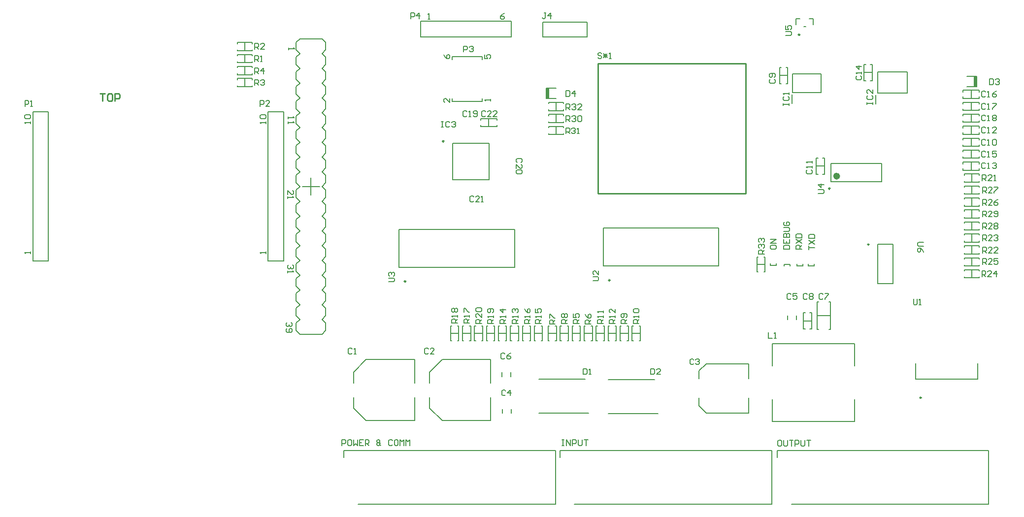
<source format=gto>
G04*
G04 #@! TF.GenerationSoftware,Altium Limited,Altium Designer,20.0.13 (296)*
G04*
G04 Layer_Color=65535*
%FSLAX25Y25*%
%MOIN*%
G70*
G01*
G75*
%ADD10C,0.00984*%
%ADD11C,0.02362*%
%ADD12C,0.00600*%
%ADD13C,0.00500*%
%ADD14C,0.00787*%
%ADD15C,0.00591*%
%ADD16C,0.01000*%
%ADD17C,0.00598*%
%ADD18C,0.00630*%
%ADD19R,0.02000X0.07087*%
D10*
X687697Y281693D02*
G03*
X687697Y281693I-492J0D01*
G01*
X723032Y177953D02*
G03*
X723032Y177953I-492J0D01*
G01*
X400000Y351575D02*
G03*
X400000Y351575I-492J0D01*
G01*
X661279Y319587D02*
G03*
X661279Y319587I-492J0D01*
G01*
X640846Y423681D02*
G03*
X640846Y423681I-492J0D01*
G01*
X512343Y257480D02*
G03*
X512343Y257480I-492J0D01*
G01*
X374153Y256693D02*
G03*
X374153Y256693I-492J0D01*
G01*
D11*
X666929Y327953D02*
G03*
X666929Y327953I-1181J0D01*
G01*
D12*
X300000Y223500D02*
X302500Y221000D01*
X317500D02*
X320000Y223500D01*
X302500Y221000D02*
X317500D01*
X300000Y228500D02*
X302500Y231000D01*
X300000Y223500D02*
Y228500D01*
Y243500D02*
Y248500D01*
X302500Y251000D01*
X300000Y238500D02*
X302500Y241000D01*
X300000Y233500D02*
Y238500D01*
Y233500D02*
X302500Y231000D01*
X300000Y243500D02*
X302500Y241000D01*
X300000Y258500D02*
X302500Y261000D01*
X300000Y253500D02*
Y258500D01*
Y253500D02*
X302500Y251000D01*
X300000Y273500D02*
Y278500D01*
X302500Y281000D01*
X300000Y268500D02*
X302500Y271000D01*
X300000Y263500D02*
Y268500D01*
Y263500D02*
X302500Y261000D01*
X300000Y273500D02*
X302500Y271000D01*
X320000Y223500D02*
Y228500D01*
X317500Y231000D02*
X320000Y228500D01*
X317500Y251000D02*
X320000Y248500D01*
X317500Y231000D02*
X320000Y233500D01*
Y238500D01*
X317500Y241000D02*
X320000Y238500D01*
X317500Y241000D02*
X320000Y243500D01*
Y248500D01*
X317500Y251000D02*
X320000Y253500D01*
Y258500D01*
X317500Y261000D02*
X320000Y258500D01*
X317500Y281000D02*
X320000Y278500D01*
X317500Y261000D02*
X320000Y263500D01*
Y268500D01*
X317500Y271000D02*
X320000Y268500D01*
X317500Y271000D02*
X320000Y273500D01*
Y278500D01*
X300000Y283500D02*
X302500Y281000D01*
X300000Y283500D02*
Y288500D01*
X302500Y291000D01*
X317500D02*
X320000Y288500D01*
Y283500D02*
Y288500D01*
X317500Y281000D02*
X320000Y283500D01*
X300000Y298500D02*
X302500Y301000D01*
X300000Y293500D02*
Y298500D01*
Y293500D02*
X302500Y291000D01*
X300000Y313500D02*
Y318500D01*
X302500Y321000D01*
X300000Y308500D02*
X302500Y311000D01*
X300000Y303500D02*
Y308500D01*
Y303500D02*
X302500Y301000D01*
X300000Y313500D02*
X302500Y311000D01*
X300000Y328500D02*
X302500Y331000D01*
X300000Y323500D02*
Y328500D01*
Y323500D02*
X302500Y321000D01*
X300000Y343500D02*
Y348500D01*
X302500Y351000D01*
X300000Y338500D02*
X302500Y341000D01*
X300000Y333500D02*
Y338500D01*
Y333500D02*
X302500Y331000D01*
X300000Y343500D02*
X302500Y341000D01*
X317500Y291000D02*
X320000Y293500D01*
Y298500D01*
X317500Y301000D02*
X320000Y298500D01*
X317500Y321000D02*
X320000Y318500D01*
X317500Y301000D02*
X320000Y303500D01*
Y308500D01*
X317500Y311000D02*
X320000Y308500D01*
X317500Y311000D02*
X320000Y313500D01*
Y318500D01*
X317500Y321000D02*
X320000Y323500D01*
Y328500D01*
X317500Y331000D02*
X320000Y328500D01*
X317500Y351000D02*
X320000Y348500D01*
X317500Y331000D02*
X320000Y333500D01*
Y338500D01*
X317500Y341000D02*
X320000Y338500D01*
X317500Y341000D02*
X320000Y343500D01*
Y348500D01*
X300000Y353500D02*
X302500Y351000D01*
X300000Y353500D02*
Y358500D01*
X302500Y361000D01*
X317500D02*
X320000Y358500D01*
Y353500D02*
Y358500D01*
X317500Y351000D02*
X320000Y353500D01*
X300000Y368500D02*
X302500Y371000D01*
X300000Y363500D02*
Y368500D01*
Y363500D02*
X302500Y361000D01*
X300000Y383500D02*
Y388500D01*
X302500Y391000D01*
X300000Y378500D02*
X302500Y381000D01*
X300000Y373500D02*
Y378500D01*
Y373500D02*
X302500Y371000D01*
X300000Y383500D02*
X302500Y381000D01*
X300000Y398500D02*
X302500Y401000D01*
X300000Y393500D02*
Y398500D01*
Y393500D02*
X302500Y391000D01*
X300000Y413500D02*
Y418500D01*
X302500Y421000D01*
X317500D01*
X300000Y408500D02*
X302500Y411000D01*
X300000Y403500D02*
Y408500D01*
Y403500D02*
X302500Y401000D01*
X300000Y413500D02*
X302500Y411000D01*
X317500Y361000D02*
X320000Y363500D01*
Y368500D01*
X317500Y371000D02*
X320000Y368500D01*
X317500Y391000D02*
X320000Y388500D01*
X317500Y371000D02*
X320000Y373500D01*
Y378500D01*
X317500Y381000D02*
X320000Y378500D01*
X317500Y381000D02*
X320000Y383500D01*
Y388500D01*
X317500Y391000D02*
X320000Y393500D01*
Y398500D01*
X317500Y401000D02*
X320000Y398500D01*
X317500Y421000D02*
X320000Y418500D01*
X317500Y401000D02*
X320000Y403500D01*
Y408500D01*
X317500Y411000D02*
X320000Y408500D01*
X317500Y411000D02*
X320000Y413500D01*
Y418500D01*
X399938Y410028D02*
X400605Y408695D01*
X401938Y407362D01*
X403271D01*
X403937Y408029D01*
Y409362D01*
X403271Y410028D01*
X402604D01*
X401938Y409362D01*
Y407362D01*
X427497Y410028D02*
Y407362D01*
X429497D01*
X428830Y408695D01*
Y409362D01*
X429497Y410028D01*
X430830D01*
X431496Y409362D01*
Y408029D01*
X430830Y407362D01*
X403937Y380343D02*
Y377677D01*
X401271Y380343D01*
X400605D01*
X399938Y379677D01*
Y378344D01*
X400605Y377677D01*
X431496Y378858D02*
Y380191D01*
Y379525D01*
X427497D01*
X428164Y378858D01*
X389370Y434252D02*
X390703D01*
X390037D01*
Y438251D01*
X389370Y437584D01*
X441012Y438251D02*
X439679Y437584D01*
X438346Y436251D01*
Y434918D01*
X439013Y434252D01*
X440346D01*
X441012Y434918D01*
Y435585D01*
X440346Y436251D01*
X438346D01*
X279394Y363520D02*
Y364853D01*
Y364186D01*
X275395D01*
X276061Y363520D01*
Y366852D02*
X275395Y367518D01*
Y368851D01*
X276061Y369518D01*
X278727D01*
X279394Y368851D01*
Y367518D01*
X278727Y366852D01*
X276061D01*
X279394Y275528D02*
Y276860D01*
Y276194D01*
X275395D01*
X276061Y275528D01*
X120339Y363480D02*
Y364813D01*
Y364147D01*
X116340D01*
X117006Y363480D01*
Y366813D02*
X116340Y367479D01*
Y368812D01*
X117006Y369478D01*
X119672D01*
X120339Y368812D01*
Y367479D01*
X119672Y366813D01*
X117006D01*
X120339Y275488D02*
Y276821D01*
Y276155D01*
X116340D01*
X117006Y275488D01*
D13*
X310000Y315094D02*
Y326906D01*
X304094Y321000D02*
X315906D01*
D14*
X693701Y255315D02*
Y281693D01*
X703937Y255315D02*
Y281693D01*
X693701D02*
X703937D01*
X693701Y255315D02*
X703937D01*
X620866Y267520D02*
X624803D01*
Y268701D01*
X620866Y267520D02*
Y268701D01*
X761220Y190551D02*
Y201181D01*
X719094Y190551D02*
X761220D01*
X719094D02*
Y201181D01*
X464291Y167630D02*
X498032D01*
X464291Y190638D02*
X495551D01*
X622047Y214370D02*
X677953D01*
X622047Y162008D02*
X677953D01*
X622047Y199606D02*
Y214370D01*
X677953Y199606D02*
Y214370D01*
X622047Y162008D02*
Y176772D01*
X677953Y162008D02*
Y176772D01*
X511142Y167236D02*
X544882D01*
X511142Y190244D02*
X542402D01*
X572638Y196063D02*
X577559Y200984D01*
X572638Y172441D02*
X577559Y167520D01*
X572638Y190748D02*
Y196063D01*
X577559Y200984D02*
X606102D01*
X572638Y172441D02*
Y177756D01*
X577559Y167520D02*
X606102D01*
Y190748D02*
Y200984D01*
Y167520D02*
Y177756D01*
X390354Y187992D02*
Y195276D01*
X398819Y203740D01*
X390354Y170866D02*
X398819Y162402D01*
X390354Y170866D02*
Y178150D01*
X398819Y203740D02*
X431693D01*
Y187992D02*
Y203740D01*
Y162402D02*
Y178150D01*
X398819Y162402D02*
X431693D01*
X338780Y187992D02*
Y195276D01*
X347244Y203740D01*
X338780Y170866D02*
X347244Y162402D01*
X338780Y170866D02*
Y178150D01*
X347244Y203740D02*
X380118D01*
Y187992D02*
Y203740D01*
Y162402D02*
Y178150D01*
X347244Y162402D02*
X380118D01*
X439173Y192323D02*
Y195079D01*
X445079Y192323D02*
Y195079D01*
X632480Y230906D02*
Y233661D01*
X638386Y230906D02*
Y233661D01*
X439567Y167520D02*
Y170276D01*
X445472Y167520D02*
Y170276D01*
X630315Y268307D02*
X634252D01*
X630315Y267126D02*
Y268307D01*
X634252Y267126D02*
Y268307D01*
X405709Y350197D02*
X430512D01*
Y325394D02*
Y350197D01*
X405709Y325394D02*
X430512D01*
X405709D02*
Y350197D01*
X405650Y406831D02*
Y408996D01*
X425846Y406831D02*
Y408996D01*
X405650D02*
X425846D01*
Y378405D02*
Y380571D01*
X405650Y378405D02*
Y380571D01*
Y378405D02*
X425846D01*
X469347Y380496D02*
X475989D01*
X469347Y387583D02*
X475989D01*
X469347Y380496D02*
Y387583D01*
X384252Y422264D02*
X445433D01*
X384252D02*
Y432854D01*
X445433D01*
Y422264D02*
Y432854D01*
X661909Y324016D02*
X696358D01*
X661909Y336614D02*
X696358D01*
X661909Y324016D02*
Y336614D01*
X696358Y324016D02*
Y336614D01*
X638932Y267323D02*
X642869D01*
Y268504D01*
X638932Y267323D02*
Y268504D01*
X635492Y377217D02*
Y383220D01*
X636004Y384598D02*
X655295D01*
Y397197D01*
X636004D02*
X655295D01*
X636004Y384598D02*
Y397197D01*
X753913Y395669D02*
X760555D01*
X753913Y388583D02*
X760555D01*
Y395669D01*
X647205Y434449D02*
X649843D01*
Y430492D02*
Y434449D01*
X638346Y430492D02*
Y434449D01*
X640984D01*
X643465Y429331D02*
X644724D01*
X646457Y267323D02*
X650394D01*
Y268504D01*
X646457Y267323D02*
Y268504D01*
X693701Y384055D02*
Y398622D01*
X713386D01*
Y384055D02*
Y398622D01*
X693701Y384055D02*
X713386D01*
X692323Y376870D02*
Y382677D01*
X466890Y432165D02*
X496890D01*
X466890Y422165D02*
Y432165D01*
Y422165D02*
X496890D01*
Y432165D01*
X291382Y270409D02*
Y371591D01*
X280791Y270409D02*
X291382D01*
X280791D02*
Y371591D01*
X291382D01*
X132327Y270370D02*
Y371551D01*
X121736Y270370D02*
X132327D01*
X121736D02*
Y371551D01*
X132327D01*
X635039Y105906D02*
X768701D01*
Y142126D01*
X625394D02*
X768701D01*
X625394Y137402D02*
Y142126D01*
X507795Y292717D02*
X585906D01*
Y267126D02*
Y292717D01*
X507795Y267126D02*
Y292717D01*
Y267126D02*
X585906D01*
X488189Y105906D02*
X621850D01*
Y142126D01*
X478543D02*
X621850D01*
X478543Y137402D02*
Y142126D01*
X369606Y291929D02*
X447717D01*
Y266339D02*
Y291929D01*
X369606Y266339D02*
Y291929D01*
Y266339D02*
X447717D01*
X341732Y105906D02*
X475394D01*
Y142126D01*
X332087D02*
X475394D01*
X332087Y137402D02*
Y142126D01*
D15*
X611811Y273307D02*
X612567D01*
X611811Y263307D02*
Y273307D01*
Y263307D02*
X612567D01*
X616567D02*
X617323D01*
Y273307D01*
X616567D02*
X617323D01*
X611811Y268307D02*
X617323D01*
X647638Y224409D02*
X648819D01*
Y235433D01*
X647638D02*
X648819D01*
X643307D02*
X644488D01*
X643307Y224409D02*
Y235433D01*
Y224409D02*
X644488D01*
X643307Y229921D02*
X648819D01*
X652657Y233465D02*
X661516D01*
X652657Y224114D02*
X653642D01*
X652657D02*
Y242815D01*
X653642D01*
X660532D02*
X661516D01*
Y224114D02*
Y242815D01*
X660532Y224114D02*
X661516D01*
X260146Y412878D02*
Y413634D01*
Y412878D02*
X270146D01*
Y413634D01*
Y417634D02*
Y418390D01*
X260146D02*
X270146D01*
X260146Y417634D02*
Y418390D01*
X265146Y412878D02*
Y418390D01*
X260146Y404776D02*
Y405532D01*
Y404776D02*
X270146D01*
Y405532D01*
Y409532D02*
Y410287D01*
X260146D02*
X270146D01*
X260146Y409532D02*
Y410287D01*
X265146Y404776D02*
Y410287D01*
X260146Y388571D02*
Y389327D01*
Y388571D02*
X270146D01*
Y389327D01*
Y393327D02*
Y394083D01*
X260146D02*
X270146D01*
X260146Y393327D02*
Y394083D01*
X265146Y388571D02*
Y394083D01*
X260146Y396673D02*
Y397429D01*
Y396673D02*
X270146D01*
Y397429D01*
Y401429D02*
Y402185D01*
X260146D02*
X270146D01*
X260146Y401429D02*
Y402185D01*
X265146Y396673D02*
Y402185D01*
X470776Y356091D02*
Y356846D01*
Y356091D02*
X480776D01*
Y356846D01*
Y360846D02*
Y361602D01*
X470776D02*
X480776D01*
X470776Y360846D02*
Y361602D01*
X475776Y356091D02*
Y361602D01*
X470776Y364193D02*
Y364949D01*
Y364193D02*
X480776D01*
Y364949D01*
Y368949D02*
Y369705D01*
X470776D02*
X480776D01*
X470776Y368949D02*
Y369705D01*
X475776Y364193D02*
Y369705D01*
X470776Y372295D02*
Y373051D01*
Y372295D02*
X480776D01*
Y373051D01*
Y377051D02*
Y377807D01*
X470776D02*
X480776D01*
X470776Y377051D02*
Y377807D01*
X475776Y372295D02*
Y377807D01*
X435827Y365748D02*
Y366929D01*
X424803D02*
X435827D01*
X424803Y365748D02*
Y366929D01*
Y361417D02*
Y362598D01*
Y361417D02*
X435827D01*
Y362598D01*
X430315Y361417D02*
Y366929D01*
X752272Y323846D02*
Y324602D01*
Y323846D02*
X762272D01*
Y324602D01*
Y328602D02*
Y329358D01*
X752272D02*
X762272D01*
X752272Y328602D02*
Y329358D01*
X757272Y323846D02*
Y329358D01*
X631496Y390551D02*
X632677D01*
Y401575D01*
X631496D02*
X632677D01*
X627165D02*
X628346D01*
X627165Y390551D02*
Y401575D01*
Y390551D02*
X628346D01*
X627165Y396063D02*
X632677D01*
X752272Y259028D02*
Y259783D01*
Y259028D02*
X762272D01*
Y259783D01*
Y263783D02*
Y264539D01*
X752272D02*
X762272D01*
X752272Y263783D02*
Y264539D01*
X757272Y259028D02*
Y264539D01*
X751248Y348154D02*
Y349335D01*
Y348154D02*
X762272D01*
Y349335D01*
Y352484D02*
Y353665D01*
X751248D02*
X762272D01*
X751248Y352484D02*
Y353665D01*
X756760Y348154D02*
Y353665D01*
X752272Y283335D02*
Y284091D01*
Y283335D02*
X762272D01*
Y284091D01*
Y288091D02*
Y288846D01*
X752272D02*
X762272D01*
X752272Y288091D02*
Y288846D01*
X757272Y283335D02*
Y288846D01*
X752272Y275232D02*
Y275988D01*
Y275232D02*
X762272D01*
Y275988D01*
Y279988D02*
Y280744D01*
X752272D02*
X762272D01*
X752272Y279988D02*
Y280744D01*
X757272Y275232D02*
Y280744D01*
X656299Y329232D02*
X657480D01*
Y340256D01*
X656299D02*
X657480D01*
X651969D02*
X653150D01*
X651969Y329232D02*
Y340256D01*
Y329232D02*
X653150D01*
X651969Y334744D02*
X657480D01*
X762272Y271886D02*
Y272642D01*
X752272D02*
X762272D01*
X752272Y271886D02*
Y272642D01*
Y267130D02*
Y267886D01*
Y267130D02*
X762272D01*
Y267886D01*
X757272Y267130D02*
Y272642D01*
X751248Y356256D02*
Y357437D01*
Y356256D02*
X762272D01*
Y357437D01*
Y360587D02*
Y361768D01*
X751248D02*
X762272D01*
X751248Y360587D02*
Y361768D01*
X756760Y356256D02*
Y361768D01*
X752272Y291437D02*
Y292193D01*
Y291437D02*
X762272D01*
Y292193D01*
Y296193D02*
Y296949D01*
X752272D02*
X762272D01*
X752272Y296193D02*
Y296949D01*
X757272Y291437D02*
Y296949D01*
X752272Y315744D02*
Y316500D01*
Y315744D02*
X762272D01*
Y316500D01*
Y320500D02*
Y321256D01*
X752272D02*
X762272D01*
X752272Y320500D02*
Y321256D01*
X757272Y315744D02*
Y321256D01*
X752272Y307642D02*
Y308398D01*
Y307642D02*
X762272D01*
Y308398D01*
Y312398D02*
Y313154D01*
X752272D02*
X762272D01*
X752272Y312398D02*
Y313154D01*
X757272Y307642D02*
Y313154D01*
X752272Y299539D02*
Y300295D01*
Y299539D02*
X762272D01*
Y300295D01*
Y304295D02*
Y305051D01*
X752272D02*
X762272D01*
X752272Y304295D02*
Y305051D01*
X757272Y299539D02*
Y305051D01*
X751248Y331949D02*
Y333130D01*
Y331949D02*
X762272D01*
Y333130D01*
Y336280D02*
Y337461D01*
X751248D02*
X762272D01*
X751248Y336280D02*
Y337461D01*
X756760Y331949D02*
Y337461D01*
X684252Y403543D02*
X685433D01*
X684252Y392520D02*
Y403543D01*
Y392520D02*
X685433D01*
X688583D02*
X689764D01*
Y403543D01*
X688583D02*
X689764D01*
X684252Y398031D02*
X689764D01*
X751248Y340051D02*
Y341232D01*
Y340051D02*
X762272D01*
Y341232D01*
Y344382D02*
Y345563D01*
X751248D02*
X762272D01*
X751248Y344382D02*
Y345563D01*
X756760Y340051D02*
Y345563D01*
X751248Y380563D02*
Y381744D01*
Y380563D02*
X762272D01*
Y381744D01*
Y384894D02*
Y386075D01*
X751248D02*
X762272D01*
X751248Y384894D02*
Y386075D01*
X756760Y380563D02*
Y386075D01*
X751248Y372461D02*
Y373642D01*
Y372461D02*
X762272D01*
Y373642D01*
Y376791D02*
Y377972D01*
X751248D02*
X762272D01*
X751248Y376791D02*
Y377972D01*
X756760Y372461D02*
Y377972D01*
X751248Y364358D02*
Y365539D01*
Y364358D02*
X762272D01*
Y365539D01*
Y368689D02*
Y369870D01*
X751248D02*
X762272D01*
X751248Y368689D02*
Y369870D01*
X756760Y364358D02*
Y369870D01*
X511098Y226445D02*
X511854D01*
X511098Y216445D02*
Y226445D01*
Y216445D02*
X511854D01*
X515854D02*
X516610D01*
Y226445D01*
X515854D02*
X516610D01*
X511098Y221445D02*
X516610D01*
X507752Y216445D02*
X508508D01*
Y226445D01*
X507752D02*
X508508D01*
X502996D02*
X503752D01*
X502996Y216445D02*
Y226445D01*
Y216445D02*
X503752D01*
X502996Y221445D02*
X508508D01*
X532059Y216445D02*
X532815D01*
Y226445D01*
X532059D02*
X532815D01*
X527303D02*
X528059D01*
X527303Y216445D02*
Y226445D01*
Y216445D02*
X528059D01*
X527303Y221445D02*
X532815D01*
X519201Y226445D02*
X519957D01*
X519201Y216445D02*
Y226445D01*
Y216445D02*
X519957D01*
X523957D02*
X524713D01*
Y226445D01*
X523957D02*
X524713D01*
X519201Y221445D02*
X524713D01*
X483445Y216445D02*
X484201D01*
Y226445D01*
X483445D02*
X484201D01*
X478689D02*
X479445D01*
X478689Y216445D02*
Y226445D01*
Y216445D02*
X479445D01*
X478689Y221445D02*
X484201D01*
X470587Y226445D02*
X471343D01*
X470587Y216445D02*
Y226445D01*
Y216445D02*
X471343D01*
X475343D02*
X476098D01*
Y226445D01*
X475343D02*
X476098D01*
X470587Y221445D02*
X476098D01*
X499650Y216445D02*
X500406D01*
Y226445D01*
X499650D02*
X500406D01*
X494894D02*
X495650D01*
X494894Y216445D02*
Y226445D01*
Y216445D02*
X495650D01*
X494894Y221445D02*
X500406D01*
X491547Y216445D02*
X492303D01*
Y226445D01*
X491547D02*
X492303D01*
X486791D02*
X487547D01*
X486791Y216445D02*
Y226445D01*
Y216445D02*
X487547D01*
X486791Y221445D02*
X492303D01*
X444957Y226445D02*
X445713D01*
X444957Y216445D02*
Y226445D01*
Y216445D02*
X445713D01*
X449713D02*
X450469D01*
Y226445D01*
X449713D02*
X450469D01*
X444957Y221445D02*
X450469D01*
X436854Y226445D02*
X437610D01*
X436854Y216445D02*
Y226445D01*
Y216445D02*
X437610D01*
X441610D02*
X442366D01*
Y226445D01*
X441610D02*
X442366D01*
X436854Y221445D02*
X442366D01*
X465917Y216445D02*
X466673D01*
Y226445D01*
X465917D02*
X466673D01*
X461161D02*
X461917D01*
X461161Y216445D02*
Y226445D01*
Y216445D02*
X461917D01*
X461161Y221445D02*
X466673D01*
X457815Y216445D02*
X458571D01*
Y226445D01*
X457815D02*
X458571D01*
X453059D02*
X453815D01*
X453059Y216445D02*
Y226445D01*
Y216445D02*
X453815D01*
X453059Y221445D02*
X458571D01*
X412547Y226445D02*
X413303D01*
X412547Y216445D02*
Y226445D01*
Y216445D02*
X413303D01*
X417303D02*
X418059D01*
Y226445D01*
X417303D02*
X418059D01*
X412547Y221445D02*
X418059D01*
X404445Y226445D02*
X405201D01*
X404445Y216445D02*
Y226445D01*
Y216445D02*
X405201D01*
X409201D02*
X409957D01*
Y226445D01*
X409201D02*
X409957D01*
X404445Y221445D02*
X409957D01*
X428752Y226445D02*
X429508D01*
X428752Y216445D02*
Y226445D01*
Y216445D02*
X429508D01*
X433508D02*
X434264D01*
Y226445D01*
X433508D02*
X434264D01*
X428752Y221445D02*
X434264D01*
X420650Y226445D02*
X421406D01*
X420650Y216445D02*
Y226445D01*
Y216445D02*
X421406D01*
X425406D02*
X426161D01*
Y226445D01*
X425406D02*
X426161D01*
X420650Y221445D02*
X426161D01*
D16*
X504331Y316142D02*
Y404331D01*
Y316142D02*
X604331D01*
Y404331D01*
X504331D02*
X604331D01*
X167323Y383738D02*
X170655D01*
X168989D01*
Y378740D01*
X174820Y383738D02*
X173154D01*
X172321Y382906D01*
Y379573D01*
X173154Y378740D01*
X174820D01*
X175654Y379573D01*
Y382906D01*
X174820Y383738D01*
X177320Y378740D02*
Y383738D01*
X179819D01*
X180652Y382906D01*
Y381239D01*
X179819Y380406D01*
X177320D01*
D17*
X297427Y267717D02*
X298093Y267050D01*
Y265717D01*
X297427Y265051D01*
X296760D01*
X296094Y265717D01*
Y266384D01*
Y265717D01*
X295427Y265051D01*
X294761D01*
X294094Y265717D01*
Y267050D01*
X294761Y267717D01*
X294094Y263718D02*
Y262385D01*
Y263051D01*
X298093D01*
X297427Y263718D01*
X294094Y315444D02*
Y318110D01*
X296760Y315444D01*
X297427D01*
X298093Y316111D01*
Y317444D01*
X297427Y318110D01*
X294094Y314111D02*
Y312779D01*
Y313445D01*
X298093D01*
X297427Y314111D01*
X294488Y368110D02*
Y366777D01*
Y367444D01*
X298487D01*
X297820Y368110D01*
X294488Y364778D02*
Y363445D01*
Y364111D01*
X298487D01*
X297820Y364778D01*
X296639Y228740D02*
X297306Y228074D01*
Y226741D01*
X296639Y226074D01*
X295973D01*
X295306Y226741D01*
Y227407D01*
Y226741D01*
X294640Y226074D01*
X293973D01*
X293307Y226741D01*
Y228074D01*
X293973Y228740D01*
Y224741D02*
X293307Y224075D01*
Y222742D01*
X293973Y222076D01*
X296639D01*
X297306Y222742D01*
Y224075D01*
X296639Y224741D01*
X295973D01*
X295306Y224075D01*
Y222076D01*
X294882Y414961D02*
Y413628D01*
Y414294D01*
X298881D01*
X298214Y414961D01*
D18*
X724405Y283154D02*
X721125D01*
X720469Y282498D01*
Y281186D01*
X721125Y280530D01*
X724405D01*
Y276594D02*
X723749Y277906D01*
X722437Y279218D01*
X721125D01*
X720469Y278562D01*
Y277250D01*
X721125Y276594D01*
X721781D01*
X722437Y277250D01*
Y279218D01*
X616929Y275264D02*
X612993D01*
Y277232D01*
X613649Y277888D01*
X614961D01*
X615617Y277232D01*
Y275264D01*
Y276576D02*
X616929Y277888D01*
X613649Y279200D02*
X612993Y279856D01*
Y281168D01*
X613649Y281824D01*
X614305D01*
X614961Y281168D01*
Y280512D01*
Y281168D01*
X615617Y281824D01*
X616273D01*
X616929Y281168D01*
Y279856D01*
X616273Y279200D01*
X613649Y283136D02*
X612993Y283791D01*
Y285103D01*
X613649Y285759D01*
X614305D01*
X614961Y285103D01*
Y284447D01*
Y285103D01*
X615617Y285759D01*
X616273D01*
X616929Y285103D01*
Y283791D01*
X616273Y283136D01*
X620867Y280578D02*
Y279266D01*
X621523Y278610D01*
X624147D01*
X624802Y279266D01*
Y280578D01*
X624147Y281234D01*
X621523D01*
X620867Y280578D01*
X624802Y282546D02*
X620867D01*
X624802Y285170D01*
X620867D01*
X631309Y423340D02*
X634588D01*
X635245Y423996D01*
Y425308D01*
X634588Y425964D01*
X631309D01*
Y429899D02*
Y427276D01*
X633277D01*
X632621Y428587D01*
Y429243D01*
X633277Y429899D01*
X634588D01*
X635245Y429243D01*
Y427931D01*
X634588Y427276D01*
X653248Y316265D02*
X656528D01*
X657184Y316921D01*
Y318233D01*
X656528Y318889D01*
X653248D01*
X657184Y322169D02*
X653248D01*
X655216Y320201D01*
Y322825D01*
X362576Y256384D02*
X365856D01*
X366511Y257040D01*
Y258352D01*
X365856Y259008D01*
X362576D01*
X363232Y260320D02*
X362576Y260976D01*
Y262287D01*
X363232Y262943D01*
X363888D01*
X364544Y262287D01*
Y261631D01*
Y262287D01*
X365199Y262943D01*
X365856D01*
X366511Y262287D01*
Y260976D01*
X365856Y260320D01*
X500765Y257171D02*
X504044D01*
X504700Y257827D01*
Y259139D01*
X504044Y259795D01*
X500765D01*
X504700Y263731D02*
Y261107D01*
X502077Y263731D01*
X501421D01*
X500765Y263075D01*
Y261763D01*
X501421Y261107D01*
X717707Y244842D02*
Y241562D01*
X718363Y240906D01*
X719675D01*
X720331Y241562D01*
Y244842D01*
X721643Y240906D02*
X722955D01*
X722299D01*
Y244842D01*
X721643Y244186D01*
X646982Y278058D02*
Y280682D01*
Y279370D01*
X650917D01*
X646982Y281994D02*
X650917Y284617D01*
X646982D02*
X650917Y281994D01*
X646982Y285929D02*
X650917D01*
Y287897D01*
X650261Y288553D01*
X647638D01*
X646982Y287897D01*
Y285929D01*
X506694Y410761D02*
X506038Y411417D01*
X504726D01*
X504070Y410761D01*
Y410105D01*
X504726Y409449D01*
X506038D01*
X506694Y408793D01*
Y408137D01*
X506038Y407481D01*
X504726D01*
X504070Y408137D01*
X508006Y410761D02*
X510629Y408137D01*
X508006D02*
X510629Y410761D01*
X508006Y409449D02*
X510629D01*
X509317Y408137D02*
Y410761D01*
X511941Y407481D02*
X513253D01*
X512597D01*
Y411417D01*
X511941Y410761D01*
X642256Y278452D02*
X638320D01*
Y280419D01*
X638976Y281075D01*
X640288D01*
X640944Y280419D01*
Y278452D01*
Y279764D02*
X642256Y281075D01*
X638320Y282387D02*
X642256Y285011D01*
X638320D02*
X642256Y282387D01*
X638320Y286323D02*
X642256D01*
Y288291D01*
X641600Y288947D01*
X638976D01*
X638320Y288291D01*
Y286323D01*
X482548Y372835D02*
Y376771D01*
X484515D01*
X485171Y376115D01*
Y374803D01*
X484515Y374147D01*
X482548D01*
X483859D02*
X485171Y372835D01*
X486483Y376115D02*
X487139Y376771D01*
X488451D01*
X489107Y376115D01*
Y375459D01*
X488451Y374803D01*
X487795D01*
X488451D01*
X489107Y374147D01*
Y373491D01*
X488451Y372835D01*
X487139D01*
X486483Y373491D01*
X493043Y372835D02*
X490419D01*
X493043Y375459D01*
Y376115D01*
X492387Y376771D01*
X491075D01*
X490419Y376115D01*
X482416Y356694D02*
Y360629D01*
X484384D01*
X485040Y359973D01*
Y358661D01*
X484384Y358005D01*
X482416D01*
X483728D02*
X485040Y356694D01*
X486352Y359973D02*
X487008Y360629D01*
X488320D01*
X488976Y359973D01*
Y359317D01*
X488320Y358661D01*
X487664D01*
X488320D01*
X488976Y358005D01*
Y357349D01*
X488320Y356694D01*
X487008D01*
X486352Y357349D01*
X490288Y356694D02*
X491600D01*
X490944D01*
Y360629D01*
X490288Y359973D01*
X482548Y364961D02*
Y368897D01*
X484515D01*
X485171Y368241D01*
Y366929D01*
X484515Y366273D01*
X482548D01*
X483859D02*
X485171Y364961D01*
X486483Y368241D02*
X487139Y368897D01*
X488451D01*
X489107Y368241D01*
Y367585D01*
X488451Y366929D01*
X487795D01*
X488451D01*
X489107Y366273D01*
Y365617D01*
X488451Y364961D01*
X487139D01*
X486483Y365617D01*
X490419Y368241D02*
X491075Y368897D01*
X492387D01*
X493043Y368241D01*
Y365617D01*
X492387Y364961D01*
X491075D01*
X490419Y365617D01*
Y368241D01*
X764437Y300394D02*
Y304330D01*
X766405D01*
X767061Y303674D01*
Y302362D01*
X766405Y301706D01*
X764437D01*
X765749D02*
X767061Y300394D01*
X770997D02*
X768373D01*
X770997Y303018D01*
Y303674D01*
X770341Y304330D01*
X769029D01*
X768373Y303674D01*
X772309Y301050D02*
X772965Y300394D01*
X774277D01*
X774933Y301050D01*
Y303674D01*
X774277Y304330D01*
X772965D01*
X772309Y303674D01*
Y303018D01*
X772965Y302362D01*
X774933D01*
X764437Y292127D02*
Y296062D01*
X766405D01*
X767061Y295406D01*
Y294094D01*
X766405Y293439D01*
X764437D01*
X765749D02*
X767061Y292127D01*
X770997D02*
X768373D01*
X770997Y294750D01*
Y295406D01*
X770341Y296062D01*
X769029D01*
X768373Y295406D01*
X772309D02*
X772965Y296062D01*
X774277D01*
X774933Y295406D01*
Y294750D01*
X774277Y294094D01*
X774933Y293439D01*
Y292783D01*
X774277Y292127D01*
X772965D01*
X772309Y292783D01*
Y293439D01*
X772965Y294094D01*
X772309Y294750D01*
Y295406D01*
X772965Y294094D02*
X774277D01*
X764437Y316536D02*
Y320472D01*
X766405D01*
X767061Y319816D01*
Y318504D01*
X766405Y317848D01*
X764437D01*
X765749D02*
X767061Y316536D01*
X770997D02*
X768373D01*
X770997Y319160D01*
Y319816D01*
X770341Y320472D01*
X769029D01*
X768373Y319816D01*
X772309Y320472D02*
X774933D01*
Y319816D01*
X772309Y317192D01*
Y316536D01*
X764437Y308268D02*
Y312204D01*
X766405D01*
X767061Y311548D01*
Y310236D01*
X766405Y309580D01*
X764437D01*
X765749D02*
X767061Y308268D01*
X770997D02*
X768373D01*
X770997Y310892D01*
Y311548D01*
X770341Y312204D01*
X769029D01*
X768373Y311548D01*
X774933Y312204D02*
X773621Y311548D01*
X772309Y310236D01*
Y308924D01*
X772965Y308268D01*
X774277D01*
X774933Y308924D01*
Y309580D01*
X774277Y310236D01*
X772309D01*
X764437Y268111D02*
Y272047D01*
X766405D01*
X767061Y271391D01*
Y270079D01*
X766405Y269423D01*
X764437D01*
X765749D02*
X767061Y268111D01*
X770997D02*
X768373D01*
X770997Y270735D01*
Y271391D01*
X770341Y272047D01*
X769029D01*
X768373Y271391D01*
X774933Y272047D02*
X772309D01*
Y270079D01*
X773621Y270735D01*
X774277D01*
X774933Y270079D01*
Y268767D01*
X774277Y268111D01*
X772965D01*
X772309Y268767D01*
X764044Y259843D02*
Y263779D01*
X766011D01*
X766668Y263123D01*
Y261811D01*
X766011Y261155D01*
X764044D01*
X765356D02*
X766668Y259843D01*
X770603D02*
X767979D01*
X770603Y262467D01*
Y263123D01*
X769947Y263779D01*
X768635D01*
X767979Y263123D01*
X773883Y259843D02*
Y263779D01*
X771915Y261811D01*
X774539D01*
X764437Y284253D02*
Y288188D01*
X766405D01*
X767061Y287532D01*
Y286221D01*
X766405Y285564D01*
X764437D01*
X765749D02*
X767061Y284253D01*
X770997D02*
X768373D01*
X770997Y286876D01*
Y287532D01*
X770341Y288188D01*
X769029D01*
X768373Y287532D01*
X772309D02*
X772965Y288188D01*
X774277D01*
X774933Y287532D01*
Y286876D01*
X774277Y286221D01*
X773621D01*
X774277D01*
X774933Y285564D01*
Y284909D01*
X774277Y284253D01*
X772965D01*
X772309Y284909D01*
X764437Y275985D02*
Y279921D01*
X766405D01*
X767061Y279265D01*
Y277953D01*
X766405Y277297D01*
X764437D01*
X765749D02*
X767061Y275985D01*
X770997D02*
X768373D01*
X770997Y278609D01*
Y279265D01*
X770341Y279921D01*
X769029D01*
X768373Y279265D01*
X774933Y275985D02*
X772309D01*
X774933Y278609D01*
Y279265D01*
X774277Y279921D01*
X772965D01*
X772309Y279265D01*
X764306Y324804D02*
Y328740D01*
X766274D01*
X766930Y328084D01*
Y326772D01*
X766274Y326116D01*
X764306D01*
X765618D02*
X766930Y324804D01*
X770865D02*
X768242D01*
X770865Y327428D01*
Y328084D01*
X770210Y328740D01*
X768898D01*
X768242Y328084D01*
X772177Y324804D02*
X773489D01*
X772833D01*
Y328740D01*
X772177Y328084D01*
X425440Y228240D02*
X421505D01*
Y230208D01*
X422161Y230864D01*
X423472D01*
X424128Y230208D01*
Y228240D01*
Y229552D02*
X425440Y230864D01*
Y234800D02*
Y232176D01*
X422817Y234800D01*
X422161D01*
X421505Y234144D01*
Y232832D01*
X422161Y232176D01*
Y236112D02*
X421505Y236768D01*
Y238080D01*
X422161Y238736D01*
X424784D01*
X425440Y238080D01*
Y236768D01*
X424784Y236112D01*
X422161D01*
X433377Y228175D02*
X429442D01*
Y230143D01*
X430098Y230799D01*
X431410D01*
X432065Y230143D01*
Y228175D01*
Y229487D02*
X433377Y230799D01*
Y232111D02*
Y233422D01*
Y232767D01*
X429442D01*
X430098Y232111D01*
X432721Y235390D02*
X433377Y236046D01*
Y237358D01*
X432721Y238014D01*
X430098D01*
X429442Y237358D01*
Y236046D01*
X430098Y235390D01*
X430754D01*
X431410Y236046D01*
Y238014D01*
X409055Y228545D02*
X405119D01*
Y230513D01*
X405775Y231169D01*
X407087D01*
X407743Y230513D01*
Y228545D01*
Y229857D02*
X409055Y231169D01*
Y232481D02*
Y233792D01*
Y233137D01*
X405119D01*
X405775Y232481D01*
Y235760D02*
X405119Y236416D01*
Y237728D01*
X405775Y238384D01*
X406431D01*
X407087Y237728D01*
X407743Y238384D01*
X408398D01*
X409055Y237728D01*
Y236416D01*
X408398Y235760D01*
X407743D01*
X407087Y236416D01*
X406431Y235760D01*
X405775D01*
X407087Y236416D02*
Y237728D01*
X417322Y228545D02*
X413386D01*
Y230513D01*
X414042Y231169D01*
X415354D01*
X416010Y230513D01*
Y228545D01*
Y229857D02*
X417322Y231169D01*
Y232481D02*
Y233792D01*
Y233137D01*
X413386D01*
X414042Y232481D01*
X413386Y235760D02*
Y238384D01*
X414042D01*
X416666Y235760D01*
X417322D01*
X458369Y228175D02*
X454434D01*
Y230143D01*
X455090Y230799D01*
X456402D01*
X457058Y230143D01*
Y228175D01*
Y229487D02*
X458369Y230799D01*
Y232111D02*
Y233422D01*
Y232767D01*
X454434D01*
X455090Y232111D01*
X454434Y238014D02*
X455090Y236702D01*
X456402Y235390D01*
X457714D01*
X458369Y236046D01*
Y237358D01*
X457714Y238014D01*
X457058D01*
X456402Y237358D01*
Y235390D01*
X465913Y228175D02*
X461977D01*
Y230143D01*
X462633Y230799D01*
X463945D01*
X464601Y230143D01*
Y228175D01*
Y229487D02*
X465913Y230799D01*
Y232111D02*
Y233422D01*
Y232767D01*
X461977D01*
X462633Y232111D01*
X461977Y238014D02*
Y235390D01*
X463945D01*
X463289Y236702D01*
Y237358D01*
X463945Y238014D01*
X465257D01*
X465913Y237358D01*
Y236046D01*
X465257Y235390D01*
X441708Y228175D02*
X437772D01*
Y230143D01*
X438428Y230799D01*
X439740D01*
X440396Y230143D01*
Y228175D01*
Y229487D02*
X441708Y230799D01*
Y232111D02*
Y233422D01*
Y232767D01*
X437772D01*
X438428Y232111D01*
X441708Y237358D02*
X437772D01*
X439740Y235390D01*
Y238014D01*
X450039Y228175D02*
X446103D01*
Y230143D01*
X446759Y230799D01*
X448071D01*
X448727Y230143D01*
Y228175D01*
Y229487D02*
X450039Y230799D01*
Y232111D02*
Y233422D01*
Y232767D01*
X446103D01*
X446759Y232111D01*
Y235390D02*
X446103Y236046D01*
Y237358D01*
X446759Y238014D01*
X447415D01*
X448071Y237358D01*
Y236702D01*
Y237358D01*
X448727Y238014D01*
X449383D01*
X450039Y237358D01*
Y236046D01*
X449383Y235390D01*
X515822Y228139D02*
X511886D01*
Y230107D01*
X512542Y230763D01*
X513854D01*
X514510Y230107D01*
Y228139D01*
Y229451D02*
X515822Y230763D01*
Y232075D02*
Y233387D01*
Y232731D01*
X511886D01*
X512542Y232075D01*
X515822Y237979D02*
Y235355D01*
X513198Y237979D01*
X512542D01*
X511886Y237323D01*
Y236011D01*
X512542Y235355D01*
X507720Y228205D02*
X503784D01*
Y230173D01*
X504440Y230829D01*
X505752D01*
X506408Y230173D01*
Y228205D01*
Y229517D02*
X507720Y230829D01*
Y232140D02*
Y233452D01*
Y232797D01*
X503784D01*
X504440Y232140D01*
X507720Y235420D02*
Y236732D01*
Y236076D01*
X503784D01*
X504440Y235420D01*
X532027Y228336D02*
X528091D01*
Y230304D01*
X528747Y230960D01*
X530059D01*
X530715Y230304D01*
Y228336D01*
Y229648D02*
X532027Y230960D01*
Y232272D02*
Y233584D01*
Y232928D01*
X528091D01*
X528747Y232272D01*
Y235552D02*
X528091Y236208D01*
Y237520D01*
X528747Y238176D01*
X531371D01*
X532027Y237520D01*
Y236208D01*
X531371Y235552D01*
X528747D01*
X523924Y228204D02*
X519989D01*
Y230172D01*
X520645Y230828D01*
X521957D01*
X522613Y230172D01*
Y228204D01*
Y229516D02*
X523924Y230828D01*
X523269Y232140D02*
X523924Y232796D01*
Y234108D01*
X523269Y234764D01*
X520645D01*
X519989Y234108D01*
Y232796D01*
X520645Y232140D01*
X521301D01*
X521957Y232796D01*
Y234764D01*
X483413Y228204D02*
X479477D01*
Y230172D01*
X480133Y230828D01*
X481445D01*
X482101Y230172D01*
Y228204D01*
Y229516D02*
X483413Y230828D01*
X480133Y232140D02*
X479477Y232796D01*
Y234108D01*
X480133Y234764D01*
X480789D01*
X481445Y234108D01*
X482101Y234764D01*
X482757D01*
X483413Y234108D01*
Y232796D01*
X482757Y232140D01*
X482101D01*
X481445Y232796D01*
X480789Y232140D01*
X480133D01*
X481445Y232796D02*
Y234108D01*
X475310Y228008D02*
X471375D01*
Y229976D01*
X472031Y230631D01*
X473343D01*
X473998Y229976D01*
Y228008D01*
Y229320D02*
X475310Y230631D01*
X471375Y231943D02*
Y234567D01*
X472031D01*
X474654Y231943D01*
X475310D01*
X499617Y227811D02*
X495682D01*
Y229779D01*
X496338Y230435D01*
X497650D01*
X498306Y229779D01*
Y227811D01*
Y229123D02*
X499617Y230435D01*
X495682Y234370D02*
X496338Y233058D01*
X497650Y231747D01*
X498961D01*
X499617Y232402D01*
Y233714D01*
X498961Y234370D01*
X498306D01*
X497650Y233714D01*
Y231747D01*
X491515Y228204D02*
X487579D01*
Y230172D01*
X488235Y230828D01*
X489547D01*
X490203Y230172D01*
Y228204D01*
Y229516D02*
X491515Y230828D01*
X487579Y234764D02*
Y232140D01*
X489547D01*
X488891Y233452D01*
Y234108D01*
X489547Y234764D01*
X490859D01*
X491515Y234108D01*
Y232796D01*
X490859Y232140D01*
X271917Y397245D02*
Y401181D01*
X273885D01*
X274541Y400525D01*
Y399213D01*
X273885Y398557D01*
X271917D01*
X273229D02*
X274541Y397245D01*
X277821D02*
Y401181D01*
X275853Y399213D01*
X278477D01*
X271917Y389371D02*
Y393306D01*
X273885D01*
X274541Y392651D01*
Y391339D01*
X273885Y390683D01*
X271917D01*
X273229D02*
X274541Y389371D01*
X275853Y392651D02*
X276509Y393306D01*
X277821D01*
X278477Y392651D01*
Y391995D01*
X277821Y391339D01*
X277165D01*
X277821D01*
X278477Y390683D01*
Y390027D01*
X277821Y389371D01*
X276509D01*
X275853Y390027D01*
X271917Y413780D02*
Y417716D01*
X273885D01*
X274541Y417060D01*
Y415748D01*
X273885Y415092D01*
X271917D01*
X273229D02*
X274541Y413780D01*
X278477D02*
X275853D01*
X278477Y416404D01*
Y417060D01*
X277821Y417716D01*
X276509D01*
X275853Y417060D01*
X271786Y405512D02*
Y409448D01*
X273753D01*
X274409Y408792D01*
Y407480D01*
X273753Y406824D01*
X271786D01*
X273097D02*
X274409Y405512D01*
X275721D02*
X277033D01*
X276377D01*
Y409448D01*
X275721Y408792D01*
X377429Y434646D02*
Y438582D01*
X379397D01*
X380053Y437926D01*
Y436614D01*
X379397Y435958D01*
X377429D01*
X383332Y434646D02*
Y438582D01*
X381365Y436614D01*
X383988D01*
X413256Y412048D02*
Y415984D01*
X415224D01*
X415879Y415328D01*
Y414016D01*
X415224Y413360D01*
X413256D01*
X417191Y415328D02*
X417847Y415984D01*
X419159D01*
X419815Y415328D01*
Y414672D01*
X419159Y414016D01*
X418503D01*
X419159D01*
X419815Y413360D01*
Y412704D01*
X419159Y412048D01*
X417847D01*
X417191Y412704D01*
X275437Y375150D02*
Y379086D01*
X277404D01*
X278060Y378430D01*
Y377118D01*
X277404Y376462D01*
X275437D01*
X281996Y375150D02*
X279372D01*
X281996Y377774D01*
Y378430D01*
X281340Y379086D01*
X280028D01*
X279372Y378430D01*
X116382Y375111D02*
Y379046D01*
X118349D01*
X119005Y378390D01*
Y377079D01*
X118349Y376423D01*
X116382D01*
X120317Y375111D02*
X121629D01*
X120973D01*
Y379046D01*
X120317Y378390D01*
X619550Y222275D02*
Y218339D01*
X622174D01*
X623486D02*
X624798D01*
X624142D01*
Y222275D01*
X623486Y221619D01*
X469029Y438582D02*
X467717D01*
X468373D01*
Y435302D01*
X467717Y434646D01*
X467061D01*
X466405Y435302D01*
X472309Y434646D02*
Y438582D01*
X470341Y436614D01*
X472965D01*
X330978Y145670D02*
Y149606D01*
X332946D01*
X333602Y148950D01*
Y147638D01*
X332946Y146982D01*
X330978D01*
X336882Y149606D02*
X335570D01*
X334914Y148950D01*
Y146326D01*
X335570Y145670D01*
X336882D01*
X337538Y146326D01*
Y148950D01*
X336882Y149606D01*
X338850D02*
Y145670D01*
X340162Y146982D01*
X341474Y145670D01*
Y149606D01*
X345410D02*
X342786D01*
Y145670D01*
X345410D01*
X342786Y147638D02*
X344098D01*
X346722Y145670D02*
Y149606D01*
X348689D01*
X349345Y148950D01*
Y147638D01*
X348689Y146982D01*
X346722D01*
X348033D02*
X349345Y145670D01*
X357217D02*
X356561Y146326D01*
X355905Y145670D01*
X355249D01*
X354593Y146326D01*
Y146982D01*
X355249Y147638D01*
X354593Y148294D01*
Y148950D01*
X355249Y149606D01*
X355905D01*
X356561Y148950D01*
Y148294D01*
X355905Y147638D01*
X356561Y146982D01*
Y146326D01*
X357217Y147638D02*
X356561Y146982D01*
X355249Y147638D02*
X355905D01*
X365088Y148950D02*
X364432Y149606D01*
X363120D01*
X362464Y148950D01*
Y146326D01*
X363120Y145670D01*
X364432D01*
X365088Y146326D01*
X368368Y149606D02*
X367056D01*
X366400Y148950D01*
Y146326D01*
X367056Y145670D01*
X368368D01*
X369024Y146326D01*
Y148950D01*
X368368Y149606D01*
X370336Y145670D02*
Y149606D01*
X371648Y148294D01*
X372960Y149606D01*
Y145670D01*
X374272D02*
Y149606D01*
X375584Y148294D01*
X376895Y149606D01*
Y145670D01*
X479727Y149606D02*
X481039D01*
X480383D01*
Y145670D01*
X479727D01*
X481039D01*
X483007D02*
Y149606D01*
X485631Y145670D01*
Y149606D01*
X486943Y145670D02*
Y149606D01*
X488911D01*
X489567Y148950D01*
Y147638D01*
X488911Y146982D01*
X486943D01*
X490878Y149606D02*
Y146326D01*
X491535Y145670D01*
X492846D01*
X493502Y146326D01*
Y149606D01*
X494814D02*
X497438D01*
X496126D01*
Y145670D01*
X627824Y149212D02*
X626513D01*
X625857Y148556D01*
Y145932D01*
X626513Y145276D01*
X627824D01*
X628480Y145932D01*
Y148556D01*
X627824Y149212D01*
X629792D02*
Y145932D01*
X630448Y145276D01*
X631760D01*
X632416Y145932D01*
Y149212D01*
X633728D02*
X636352D01*
X635040D01*
Y145276D01*
X637664D02*
Y149212D01*
X639632D01*
X640288Y148556D01*
Y147244D01*
X639632Y146588D01*
X637664D01*
X641600Y149212D02*
Y145932D01*
X642255Y145276D01*
X643567D01*
X644223Y145932D01*
Y149212D01*
X645535D02*
X648159D01*
X646847D01*
Y145276D01*
X398060Y364981D02*
X399372D01*
X398716D01*
Y361045D01*
X398060D01*
X399372D01*
X403964Y364325D02*
X403308Y364981D01*
X401996D01*
X401340Y364325D01*
Y361701D01*
X401996Y361045D01*
X403308D01*
X403964Y361701D01*
X405276Y364325D02*
X405932Y364981D01*
X407244D01*
X407900Y364325D01*
Y363669D01*
X407244Y363013D01*
X406588D01*
X407244D01*
X407900Y362357D01*
Y361701D01*
X407244Y361045D01*
X405932D01*
X405276Y361701D01*
X686221Y376576D02*
Y377888D01*
Y377232D01*
X690157D01*
Y376576D01*
Y377888D01*
X686877Y382480D02*
X686221Y381824D01*
Y380512D01*
X686877Y379856D01*
X689501D01*
X690157Y380512D01*
Y381824D01*
X689501Y382480D01*
X690157Y386416D02*
Y383792D01*
X687533Y386416D01*
X686877D01*
X686221Y385760D01*
Y384448D01*
X686877Y383792D01*
X629508Y376004D02*
Y377316D01*
Y376660D01*
X633444D01*
Y376004D01*
Y377316D01*
X630164Y381908D02*
X629508Y381252D01*
Y379940D01*
X630164Y379284D01*
X632788D01*
X633444Y379940D01*
Y381252D01*
X632788Y381908D01*
X633444Y383220D02*
Y384531D01*
Y383875D01*
X629508D01*
X630164Y383220D01*
X629922Y278612D02*
X633858D01*
Y280580D01*
X633202Y281236D01*
X630578D01*
X629922Y280580D01*
Y278612D01*
Y285172D02*
Y282548D01*
X633858D01*
Y285172D01*
X631890Y282548D02*
Y283859D01*
X629922Y286483D02*
X633858D01*
Y288451D01*
X633202Y289107D01*
X632546D01*
X631890Y288451D01*
Y286483D01*
Y288451D01*
X631234Y289107D01*
X630578D01*
X629922Y288451D01*
Y286483D01*
Y290419D02*
X633202D01*
X633858Y291075D01*
Y292387D01*
X633202Y293043D01*
X629922D01*
X630578Y296979D02*
X629922Y296323D01*
Y295011D01*
X630578Y294355D01*
X633202D01*
X633858Y295011D01*
Y296323D01*
X633202Y296979D01*
X631890D01*
Y295667D01*
X482547Y385826D02*
Y381890D01*
X484515D01*
X485171Y382546D01*
Y385170D01*
X484515Y385826D01*
X482547D01*
X488451Y381890D02*
Y385826D01*
X486483Y383858D01*
X489107D01*
X769180Y393913D02*
Y389977D01*
X771148D01*
X771804Y390633D01*
Y393257D01*
X771148Y393913D01*
X769180D01*
X773116Y393257D02*
X773772Y393913D01*
X775084D01*
X775740Y393257D01*
Y392601D01*
X775084Y391945D01*
X774428D01*
X775084D01*
X775740Y391289D01*
Y390633D01*
X775084Y389977D01*
X773772D01*
X773116Y390633D01*
X540027Y197637D02*
Y193701D01*
X541995D01*
X542651Y194357D01*
Y196981D01*
X541995Y197637D01*
X540027D01*
X546587Y193701D02*
X543963D01*
X546587Y196325D01*
Y196981D01*
X545931Y197637D01*
X544619D01*
X543963Y196981D01*
X494227Y197637D02*
Y193701D01*
X496194D01*
X496850Y194357D01*
Y196981D01*
X496194Y197637D01*
X494227D01*
X498162Y193701D02*
X499474D01*
X498818D01*
Y197637D01*
X498162Y196981D01*
X428085Y371391D02*
X427429Y372047D01*
X426117D01*
X425461Y371391D01*
Y368767D01*
X426117Y368111D01*
X427429D01*
X428085Y368767D01*
X432021Y368111D02*
X429397D01*
X432021Y370735D01*
Y371391D01*
X431365Y372047D01*
X430053D01*
X429397Y371391D01*
X435956Y368111D02*
X433332D01*
X435956Y370735D01*
Y371391D01*
X435300Y372047D01*
X433989D01*
X433332Y371391D01*
X420079Y313910D02*
X419423Y314566D01*
X418112D01*
X417456Y313910D01*
Y311286D01*
X418112Y310631D01*
X419423D01*
X420079Y311286D01*
X424015Y310631D02*
X421391D01*
X424015Y313254D01*
Y313910D01*
X423359Y314566D01*
X422047D01*
X421391Y313910D01*
X425327Y310631D02*
X426639D01*
X425983D01*
Y314566D01*
X425327Y313910D01*
X452099Y337269D02*
X452755Y337925D01*
Y339237D01*
X452099Y339893D01*
X449475D01*
X448819Y339237D01*
Y337925D01*
X449475Y337269D01*
X448819Y333334D02*
Y335958D01*
X451443Y333334D01*
X452099D01*
X452755Y333990D01*
Y335302D01*
X452099Y335958D01*
Y332022D02*
X452755Y331366D01*
Y330054D01*
X452099Y329398D01*
X449475D01*
X448819Y330054D01*
Y331366D01*
X449475Y332022D01*
X452099D01*
X415421Y371391D02*
X414765Y372047D01*
X413453D01*
X412797Y371391D01*
Y368767D01*
X413453Y368111D01*
X414765D01*
X415421Y368767D01*
X416733Y368111D02*
X418045D01*
X417389D01*
Y372047D01*
X416733Y371391D01*
X420012Y368767D02*
X420668Y368111D01*
X421980D01*
X422636Y368767D01*
Y371391D01*
X421980Y372047D01*
X420668D01*
X420012Y371391D01*
Y370735D01*
X420668Y370079D01*
X422636D01*
X766602Y368635D02*
X765946Y369291D01*
X764634D01*
X763978Y368635D01*
Y366011D01*
X764634Y365355D01*
X765946D01*
X766602Y366011D01*
X767914Y365355D02*
X769226D01*
X768570D01*
Y369291D01*
X767914Y368635D01*
X771194D02*
X771849Y369291D01*
X773161D01*
X773817Y368635D01*
Y367979D01*
X773161Y367323D01*
X773817Y366667D01*
Y366011D01*
X773161Y365355D01*
X771849D01*
X771194Y366011D01*
Y366667D01*
X771849Y367323D01*
X771194Y367979D01*
Y368635D01*
X771849Y367323D02*
X773161D01*
X766602Y376509D02*
X765946Y377165D01*
X764634D01*
X763978Y376509D01*
Y373885D01*
X764634Y373229D01*
X765946D01*
X766602Y373885D01*
X767914Y373229D02*
X769226D01*
X768570D01*
Y377165D01*
X767914Y376509D01*
X771194Y377165D02*
X773817D01*
Y376509D01*
X771194Y373885D01*
Y373229D01*
X766602Y384776D02*
X765946Y385432D01*
X764634D01*
X763978Y384776D01*
Y382153D01*
X764634Y381497D01*
X765946D01*
X766602Y382153D01*
X767914Y381497D02*
X769226D01*
X768570D01*
Y385432D01*
X767914Y384776D01*
X773817Y385432D02*
X772505Y384776D01*
X771194Y383465D01*
Y382153D01*
X771849Y381497D01*
X773161D01*
X773817Y382153D01*
Y382809D01*
X773161Y383465D01*
X771194D01*
X766602Y344225D02*
X765946Y344881D01*
X764634D01*
X763978Y344225D01*
Y341601D01*
X764634Y340946D01*
X765946D01*
X766602Y341601D01*
X767914Y340946D02*
X769226D01*
X768570D01*
Y344881D01*
X767914Y344225D01*
X773817Y344881D02*
X771194D01*
Y342913D01*
X772505Y343569D01*
X773161D01*
X773817Y342913D01*
Y341601D01*
X773161Y340946D01*
X771849D01*
X771194Y341601D01*
X679397Y395736D02*
X678741Y395080D01*
Y393768D01*
X679397Y393112D01*
X682021D01*
X682677Y393768D01*
Y395080D01*
X682021Y395736D01*
X682677Y397048D02*
Y398359D01*
Y397704D01*
X678741D01*
X679397Y397048D01*
X682677Y402295D02*
X678741D01*
X680709Y400327D01*
Y402951D01*
X766602Y336351D02*
X765946Y337007D01*
X764634D01*
X763978Y336351D01*
Y333727D01*
X764634Y333071D01*
X765946D01*
X766602Y333727D01*
X767914Y333071D02*
X769226D01*
X768570D01*
Y337007D01*
X767914Y336351D01*
X771194D02*
X771849Y337007D01*
X773161D01*
X773817Y336351D01*
Y335695D01*
X773161Y335039D01*
X772505D01*
X773161D01*
X773817Y334383D01*
Y333727D01*
X773161Y333071D01*
X771849D01*
X771194Y333727D01*
X766602Y360367D02*
X765946Y361023D01*
X764634D01*
X763978Y360367D01*
Y357743D01*
X764634Y357087D01*
X765946D01*
X766602Y357743D01*
X767914Y357087D02*
X769226D01*
X768570D01*
Y361023D01*
X767914Y360367D01*
X773817Y357087D02*
X771194D01*
X773817Y359711D01*
Y360367D01*
X773161Y361023D01*
X771849D01*
X771194Y360367D01*
X645795Y332218D02*
X645139Y331562D01*
Y330250D01*
X645795Y329594D01*
X648419D01*
X649074Y330250D01*
Y331562D01*
X648419Y332218D01*
X649074Y333530D02*
Y334842D01*
Y334186D01*
X645139D01*
X645795Y333530D01*
X649074Y336810D02*
Y338122D01*
Y337466D01*
X645139D01*
X645795Y336810D01*
X766602Y352099D02*
X765946Y352755D01*
X764634D01*
X763978Y352099D01*
Y349476D01*
X764634Y348819D01*
X765946D01*
X766602Y349476D01*
X767914Y348819D02*
X769226D01*
X768570D01*
Y352755D01*
X767914Y352099D01*
X771194D02*
X771849Y352755D01*
X773161D01*
X773817Y352099D01*
Y349476D01*
X773161Y348819D01*
X771849D01*
X771194Y349476D01*
Y352099D01*
X620992Y393537D02*
X620335Y392881D01*
Y391569D01*
X620992Y390913D01*
X623615D01*
X624271Y391569D01*
Y392881D01*
X623615Y393537D01*
Y394849D02*
X624271Y395505D01*
Y396817D01*
X623615Y397473D01*
X620992D01*
X620335Y396817D01*
Y395505D01*
X620992Y394849D01*
X621647D01*
X622303Y395505D01*
Y397473D01*
X645801Y247769D02*
X645145Y248425D01*
X643833D01*
X643177Y247769D01*
Y245145D01*
X643833Y244489D01*
X645145D01*
X645801Y245145D01*
X647113Y247769D02*
X647769Y248425D01*
X649081D01*
X649736Y247769D01*
Y247113D01*
X649081Y246457D01*
X649736Y245801D01*
Y245145D01*
X649081Y244489D01*
X647769D01*
X647113Y245145D01*
Y245801D01*
X647769Y246457D01*
X647113Y247113D01*
Y247769D01*
X647769Y246457D02*
X649081D01*
X656431Y247769D02*
X655775Y248425D01*
X654463D01*
X653807Y247769D01*
Y245145D01*
X654463Y244489D01*
X655775D01*
X656431Y245145D01*
X657743Y248425D02*
X660366D01*
Y247769D01*
X657743Y245145D01*
Y244489D01*
X441300Y207431D02*
X440644Y208086D01*
X439332D01*
X438676Y207431D01*
Y204807D01*
X439332Y204151D01*
X440644D01*
X441300Y204807D01*
X445235Y208086D02*
X443924Y207431D01*
X442612Y206119D01*
Y204807D01*
X443268Y204151D01*
X444580D01*
X445235Y204807D01*
Y205463D01*
X444580Y206119D01*
X442612D01*
X634777Y247769D02*
X634121Y248425D01*
X632809D01*
X632153Y247769D01*
Y245145D01*
X632809Y244489D01*
X634121D01*
X634777Y245145D01*
X638713Y248425D02*
X636089D01*
Y246457D01*
X637401Y247113D01*
X638057D01*
X638713Y246457D01*
Y245145D01*
X638057Y244489D01*
X636745D01*
X636089Y245145D01*
X441693Y182627D02*
X441038Y183283D01*
X439726D01*
X439070Y182627D01*
Y180004D01*
X439726Y179348D01*
X441038D01*
X441693Y180004D01*
X444973Y179348D02*
Y183283D01*
X443005Y181316D01*
X445629D01*
X569029Y203674D02*
X568373Y204330D01*
X567061D01*
X566405Y203674D01*
Y201050D01*
X567061Y200394D01*
X568373D01*
X569029Y201050D01*
X570341Y203674D02*
X570997Y204330D01*
X572309D01*
X572965Y203674D01*
Y203018D01*
X572309Y202362D01*
X571653D01*
X572309D01*
X572965Y201706D01*
Y201050D01*
X572309Y200394D01*
X570997D01*
X570341Y201050D01*
X389397Y210701D02*
X388741Y211357D01*
X387430D01*
X386774Y210701D01*
Y208077D01*
X387430Y207421D01*
X388741D01*
X389397Y208077D01*
X393333Y207421D02*
X390709D01*
X393333Y210045D01*
Y210701D01*
X392677Y211357D01*
X391365D01*
X390709Y210701D01*
X337823D02*
X337167Y211357D01*
X335855D01*
X335199Y210701D01*
Y208077D01*
X335855Y207421D01*
X337167D01*
X337823Y208077D01*
X339135Y207421D02*
X340446D01*
X339791D01*
Y211357D01*
X339135Y210701D01*
D19*
X470346Y384039D02*
D03*
X759556Y392126D02*
D03*
M02*

</source>
